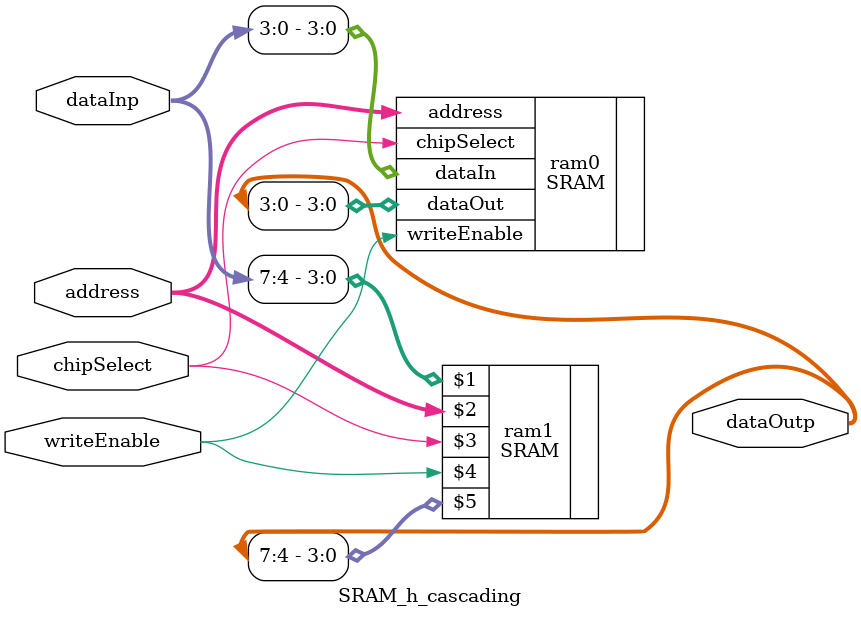
<source format=v>
`include "SRAM.v"
/*
* we cascade 2 SRAM horizontally
* the total capacity will be doubled
* number of blocks will be same
*/
module SRAM_h_cascading(
	input[7:0] dataInp,
	input[2:0] address,
	input writeEnable, chipSelect,
	output[7:0] dataOutp);

	SRAM ram0(.dataIn(dataInp[3:0]), .address(address),
	.writeEnable(writeEnable), .chipSelect(chipSelect), .dataOut(dataOutp[3:0]));
	
	SRAM ram1(dataInp[7:4], address, 
	chipSelect, writeEnable, dataOutp[7:4]);
	
endmodule
</source>
